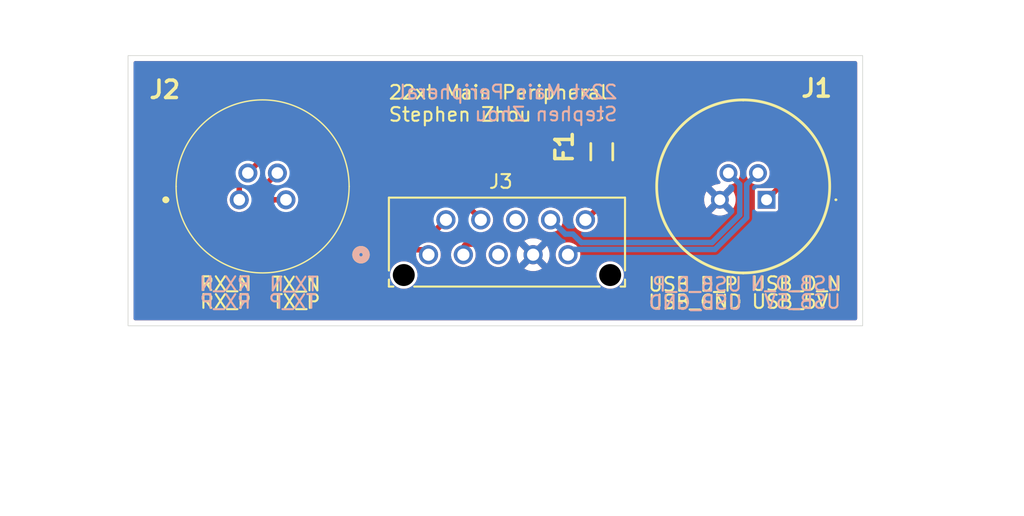
<source format=kicad_pcb>
(kicad_pcb (version 20241229) (generator "pcbnew") (generator_version "9.0")
  (layers (0 "F.Cu" signal) (2 "B.Cu" signal) (13 "F.Paste" user) (15 "B.Paste" user) (5 "F.SilkS" user "F.Silkscreen") (7 "B.SilkS" user "B.Silkscreen") (1 "F.Mask" user) (3 "B.Mask" user) (25 "Edge.Cuts" user))
  (net 0 "")
  (net 1 "5V_USB")
  (net 2 "Net-(J1-Pin_1)")
  (net 3 "USB_D_P")
  (net 4 "USB_D_N")
  (net 5 "USB_GND")
  (net 6 "RX_P")
  (net 7 "RX_N")
  (net 8 "TX_N")
  (net 9 "TX_P")
  (footprint "22XT_Main_Peripheral:CONN_SDA-90779_10_MOL" (layer "F.Cu") (at 125.88 71.5)
    (property "Reference" "J3" (at 5.27 -5.325 0) (layer "F.SilkS"))
    (property "Value" "0907790004")
    (fp_line (start -2.8829 -4.157) (end -2.8829 1.147356) (stroke (width 0.1524)) (layer "F.SilkS"))
    (fp_line (start -2.8829 1.812643) (end -2.8829 2.32) (stroke (width 0.1524)) (layer "F.SilkS"))
    (fp_line (start -2.8829 2.32) (end -2.560081 2.32) (stroke (width 0.1524)) (layer "F.SilkS"))
    (fp_line (start -1.039917 2.32) (end 12.469917 2.32) (stroke (width 0.1524)) (layer "F.SilkS"))
    (fp_line (start 13.990081 2.32) (end 14.3129 2.32) (stroke (width 0.1524)) (layer "F.SilkS"))
    (fp_line (start 14.3129 -4.157) (end -2.8829 -4.157) (stroke (width 0.1524)) (layer "F.SilkS"))
    (fp_line (start 14.3129 1.147356) (end 14.3129 -4.157) (stroke (width 0.1524)) (layer "F.SilkS"))
    (fp_line (start 14.3129 2.32) (end 14.3129 1.812643) (stroke (width 0.1524)) (layer "F.SilkS"))
    (fp_circle (center -4.9149 0) (end -4.5339 0) (stroke (width 0.508)) (fill no) (layer "F.SilkS"))
    (fp_circle (center -4.9149 0) (end -4.5339 0) (stroke (width 0.508)) (fill no) (layer "B.SilkS"))
    (pad "" np_thru_hole circle (at -1.799999 1.48) (size 1.6002 1.6002) (drill 1.6002) (layers))
    (pad "" np_thru_hole circle (at 13.229999 1.48) (size 1.6002 1.6002) (drill 1.6002) (layers))
    (pad "1" thru_hole circle (at 0 0) (size 1.397 1.397) (drill 0.889) (layers "*.Cu" "*.Mask") (net 8 "TX_N"))
    (pad "2" thru_hole circle (at 1.27 -2.54) (size 1.397 1.397) (drill 0.889) (layers "*.Cu" "*.Mask") (net 9 "TX_P"))
    (pad "3" thru_hole circle (at 2.54 0) (size 1.397 1.397) (drill 0.889) (layers "*.Cu" "*.Mask") (net 7 "RX_N"))
    (pad "4" thru_hole circle (at 3.81 -2.54) (size 1.397 1.397) (drill 0.889) (layers "*.Cu" "*.Mask") (net 6 "RX_P"))
    (pad "5" thru_hole circle (at 5.08 0) (size 1.397 1.397) (drill 0.889) (layers "*.Cu" "*.Mask"))
    (pad "6" thru_hole circle (at 6.35 -2.54) (size 1.397 1.397) (drill 0.889) (layers "*.Cu" "*.Mask"))
    (pad "7" thru_hole circle (at 7.62 0) (size 1.397 1.397) (drill 0.889) (layers "*.Cu" "*.Mask") (net 5 "USB_GND"))
    (pad "8" thru_hole circle (at 8.89 -2.54) (size 1.397 1.397) (drill 0.889) (layers "*.Cu" "*.Mask") (net 3 "USB_D_P"))
    (pad "9" thru_hole circle (at 10.16 0) (size 1.397 1.397) (drill 0.889) (layers "*.Cu" "*.Mask") (net 4 "USB_D_N"))
    (pad "10" thru_hole circle (at 11.43 -2.54) (size 1.397 1.397) (drill 0.889) (layers "*.Cu" "*.Mask") (net 1 "5V_USB"))
  )
  (footprint "22XT_Main_Peripheral:T4041017041000" (layer "F.Cu") (at 150.5 67.5)
    (property "Reference" "J1" (at 3.65 -8.125 0) (layer "F.SilkS") (effects (font (size 1.27 1.27) (thickness 0.254))))
    (property "Value" "T4040014041-000" (hide yes))
    (fp_line (start -1.7 -7.275) (end -1.7 -7.275) (stroke (width 0.2)) (layer "F.SilkS"))
    (fp_line (start -1.7 5.325) (end -1.7 5.325) (stroke (width 0.2)) (layer "F.SilkS"))
    (fp_line (start 5 0) (end 5 0) (stroke (width 0.1)) (layer "F.SilkS"))
    (fp_line (start 5.1 0) (end 5.1 0) (stroke (width 0.1)) (layer "F.SilkS"))
    (fp_arc (start -1.7 -7.275) (mid 4.6 -0.975) (end -1.7 5.325) (stroke (width 0.2)) (layer "F.SilkS"))
    (fp_arc (start -1.7 5.325) (mid -8 -0.975) (end -1.7 -7.275) (stroke (width 0.2)) (layer "F.SilkS"))
    (fp_arc (start 5 0) (mid 5.05 -0.05) (end 5.1 0) (stroke (width 0.1)) (layer "F.SilkS"))
    (fp_arc (start 5.1 0) (mid 5.05 0.05) (end 5 0) (stroke (width 0.1)) (layer "F.SilkS"))
    (pad "1" thru_hole rect (at 0 0) (size 1.3 1.3) (drill 0.8) (layers "*.Cu" "*.Mask") (net 2 "Net-(J1-Pin_1)"))
    (pad "2" thru_hole circle (at -0.625 -1.95) (size 1.3 1.3) (drill 0.8) (layers "*.Cu" "*.Mask") (net 4 "USB_D_N"))
    (pad "3" thru_hole circle (at -3.4 0) (size 1.3 1.3) (drill 0.8) (layers "*.Cu" "*.Mask") (net 5 "USB_GND"))
    (pad "4" thru_hole circle (at -2.775 -1.95) (size 1.3 1.3) (drill 0.8) (layers "*.Cu" "*.Mask") (net 3 "USB_D_P"))
  )
  (footprint "22XT_Main_Peripheral:T4040014041000" (layer "F.Cu") (at 112.1 67.5)
    (property "Reference" "J2" (at -5.425 -8.025 0) (layer "F.SilkS") (effects (font (size 1.27 1.27) (thickness 0.254))))
    (property "Value" "T4040014041-000" (hide yes))
    (fp_line (start -5.4 0) (end -5.4 0) (stroke (width 0.4)) (layer "F.SilkS"))
    (fp_line (start -5.3 0) (end -5.3 0) (stroke (width 0.4)) (layer "F.SilkS"))
    (fp_line (start -4.6 -0.975) (end -4.6 -0.975) (stroke (width 0.1)) (layer "F.SilkS"))
    (fp_line (start 8 -0.975) (end 8 -0.975) (stroke (width 0.1)) (layer "F.SilkS"))
    (fp_arc (start -5.4 0) (mid -5.35 -0.05) (end -5.3 0) (stroke (width 0.4)) (layer "F.SilkS"))
    (fp_arc (start -5.3 0) (mid -5.35 0.05) (end -5.4 0) (stroke (width 0.4)) (layer "F.SilkS"))
    (fp_arc (start -4.6 -0.975) (mid 1.7 -7.275) (end 8 -0.975) (stroke (width 0.1)) (layer "F.SilkS"))
    (fp_arc (start 8 -0.975) (mid 1.7 5.325) (end -4.6 -0.975) (stroke (width 0.1)) (layer "F.SilkS"))
    (pad "1" thru_hole circle (at 0 0) (size 1.381 1.381) (drill 0.85) (layers "*.Cu" "*.Mask") (net 6 "RX_P"))
    (pad "2" thru_hole circle (at 0.625 -1.95) (size 1.381 1.381) (drill 0.85) (layers "*.Cu" "*.Mask") (net 7 "RX_N"))
    (pad "3" thru_hole circle (at 3.4 0) (size 1.381 1.381) (drill 0.85) (layers "*.Cu" "*.Mask") (net 9 "TX_P"))
    (pad "4" thru_hole circle (at 2.775 -1.95) (size 1.381 1.381) (drill 0.85) (layers "*.Cu" "*.Mask") (net 8 "TX_N"))
  )
  (footprint "22XT_Main_Peripheral:MFNSMF05016X2" (layer "F.Cu") (at 138.5 64 -90)
    (property "Reference" "F1" (at -0.35 2.725 90) (layer "F.SilkS") (effects (font (size 1.27 1.27) (thickness 0.254))))
    (property "Value" "MF-NSMF050/16X-2" (hide yes))
    (fp_line (start -0.6 0.8) (end 0.6 0.8) (stroke (width 0.2)) (layer "F.SilkS"))
    (fp_line (start -2.5 0) (end -2.5 0) (stroke (width 0.1)) (layer "F.SilkS"))
    (fp_line (start -2.4 0) (end -2.4 0) (stroke (width 0.1)) (layer "F.SilkS"))
    (fp_line (start -0.6 -0.8) (end 0.6 -0.8) (stroke (width 0.2)) (layer "F.SilkS"))
    (fp_arc (start -2.5 0) (mid -2.45 -0.05) (end -2.4 0) (stroke (width 0.1)) (layer "F.SilkS"))
    (fp_arc (start -2.4 0) (mid -2.45 0.05) (end -2.5 0) (stroke (width 0.1)) (layer "F.SilkS"))
    (pad "1" smd rect (at -1.5 0 270) (size 1 1.6) (layers "F.Cu" "F.Mask" "F.Paste") (net 2 "Net-(J1-Pin_1)"))
    (pad "2" smd rect (at 1.5 0 270) (size 1 1.6) (layers "F.Cu" "F.Mask" "F.Paste") (net 1 "5V_USB"))
  )
  (gr_rect (start 104 57) (end 157.5 76.675) (stroke (width 0.05)) (fill no) (layer "Edge.Cuts"))
  (gr_text "RX_P" (at 109.15 75.5 0) (layer "F.SilkS") (effects (font (size 1 1)) (justify left bottom)))
  (gr_text "USB_5V" (at 149.325 75.5 0) (layer "F.SilkS") (effects (font (size 1 1)) (justify left bottom)))
  (gr_text "TX_N\n" (at 114.4 74.225 0) (layer "F.SilkS") (effects (font (size 1 1)) (justify left bottom)))
  (gr_text "22xt Main Peripheral \nStephen Zhou" (at 122.9 61.875 0) (layer "F.SilkS") (effects (font (size 1 1)) (justify left bottom)))
  (gr_text "USB_D_N" (at 149.3 74.2 0) (layer "F.SilkS") (effects (font (size 1 1)) (justify left bottom)))
  (gr_text "TX_P\n" (at 114.425 75.5 0) (layer "F.SilkS") (effects (font (size 1 1)) (justify left bottom)))
  (gr_text "USB_GND" (at 141.8 75.525 0) (layer "F.SilkS") (effects (font (size 1 1)) (justify left bottom)))
  (gr_text "RX_N\n" (at 109.15 74.2 0) (layer "F.SilkS") (effects (font (size 1 1)) (justify left bottom)))
  (gr_text "USB_D_P" (at 141.8 74.25 0) (layer "F.SilkS") (effects (font (size 1 1)) (justify left bottom)))
  (gr_text "USB_GND" (at 148.825 75.575 0) (layer "B.SilkS") (effects (font (size 1 1)) (justify left bottom mirror)))
  (gr_text "22xt Main Peripheral \nStephen Zhou" (at 139.725 61.85 0) (layer "B.SilkS") (effects (font (size 1 1)) (justify left bottom mirror)))
  (gr_text "RX_N" (at 113.05 74.2 0) (layer "B.SilkS") (effects (font (size 1 1)) (justify left bottom mirror)))
  (gr_text "USB_5V" (at 156 75.5 0) (layer "B.SilkS") (effects (font (size 1 1)) (justify left bottom mirror)))
  (gr_text "USB_D_N" (at 156 74.2 0) (layer "B.SilkS") (effects (font (size 1 1)) (justify left bottom mirror)))
  (gr_text "TX_P" (at 117.825 75.5 0) (layer "B.SilkS") (effects (font (size 1 1)) (justify left bottom mirror)))
  (gr_text "RX_P" (at 113.05 75.5 0) (layer "B.SilkS") (effects (font (size 1 1)) (justify left bottom mirror)))
  (gr_text "USB_D_P" (at 148.8 74.25 0) (layer "B.SilkS") (effects (font (size 1 1)) (justify left bottom mirror)))
  (gr_text "TX_N" (at 117.925 74.225 0) (layer "B.SilkS") (effects (font (size 1 1)) (justify left bottom mirror)))
  (segment (start 138.5 67.81) (end 138.03 68.28) (width 0.4) (layer "F.Cu") (net 1))
  (segment (start 138.03 68.28) (end 137.99 68.28) (width 0.2) (layer "F.Cu") (net 1))
  (segment (start 138.5 65.5) (end 138.5 67.81) (width 0.4) (layer "F.Cu") (net 1))
  (segment (start 137.99 68.28) (end 137.31 68.96) (width 0.2) (layer "F.Cu") (net 1))
  (segment (start 138.03 68.28) (end 137.35 68.96) (width 0.4) (layer "F.Cu") (net 1))
  (segment (start 151.65 63.25) (end 149.45 61.05) (width 0.4) (layer "F.Cu") (net 2))
  (segment (start 151.65 66.35) (end 151.65 63.25) (width 0.4) (layer "F.Cu") (net 2))
  (segment (start 139.975 61.05) (end 138.525 62.5) (width 0.4) (layer "F.Cu") (net 2))
  (segment (start 138.525 62.5) (end 138.5 62.5) (width 0.4) (layer "F.Cu") (net 2))
  (segment (start 149.45 61.05) (end 139.975 61.05) (width 0.4) (layer "F.Cu") (net 2))
  (segment (start 150.5 67.5) (end 151.65 66.35) (width 0.4) (layer "F.Cu") (net 2))
  (segment (start 135.85 70) (end 136.4 70) (width 0.4) (layer "B.Cu") (net 3))
  (segment (start 134.81 68.96) (end 135.85 70) (width 0.4) (layer "B.Cu") (net 3))
  (segment (start 137.015 70.615) (end 146.531446 70.615) (width 0.4) (layer "B.Cu") (net 3))
  (segment (start 148.55 66.375) (end 147.725 65.55) (width 0.4) (layer "B.Cu") (net 3))
  (segment (start 134.77 68.96) (end 134.81 68.96) (width 0.4) (layer "B.Cu") (net 3))
  (segment (start 148.55 68.596446) (end 148.55 66.375) (width 0.4) (layer "B.Cu") (net 3))
  (segment (start 146.531446 70.615) (end 148.55 68.596446) (width 0.4) (layer "B.Cu") (net 3))
  (segment (start 136.4 70) (end 137.015 70.615) (width 0.4) (layer "B.Cu") (net 3))
  (segment (start 146.738554 71.115) (end 136.465 71.115) (width 0.4) (layer "B.Cu") (net 4))
  (segment (start 149.05 68.803554) (end 146.738554 71.115) (width 0.4) (layer "B.Cu") (net 4))
  (segment (start 136.04 71.5) (end 136.08 71.5) (width 0.4) (layer "B.Cu") (net 4))
  (segment (start 136.08 71.5) (end 136.465 71.115) (width 0.4) (layer "B.Cu") (net 4))
  (segment (start 149.875 65.55) (end 149.05 66.375) (width 0.4) (layer "B.Cu") (net 4))
  (segment (start 149.05 66.375) (end 149.05 68.803554) (width 0.4) (layer "B.Cu") (net 4))
  (segment (start 129.01 68.24) (end 129.69 68.92) (width 0.4) (layer "F.Cu") (net 6))
  (segment (start 129.01 65.92109) (end 126.36391 63.275) (width 0.4) (layer "F.Cu") (net 6))
  (segment (start 111.525 65.9) (end 112.1 66.475) (width 0.4) (layer "F.Cu") (net 6))
  (segment (start 129.01 68.24) (end 129.01 65.92109) (width 0.4) (layer "F.Cu") (net 6))
  (segment (start 126.36391 63.275) (end 113.3 63.275) (width 0.4) (layer "F.Cu") (net 6))
  (segment (start 129.69 68.92) (end 129.69 68.96) (width 0.4) (layer "F.Cu") (net 6))
  (segment (start 112.1 66.475) (end 112.1 67.5) (width 0.4) (layer "F.Cu") (net 6))
  (segment (start 129.73 68.96) (end 129.01 68.24) (width 0.4) (layer "F.Cu") (net 6))
  (segment (start 111.525 65.05) (end 111.525 65.9) (width 0.4) (layer "F.Cu") (net 6))
  (segment (start 113.3 63.275) (end 111.525 65.05) (width 0.4) (layer "F.Cu") (net 6))
  (segment (start 128.46 66.14891) (end 126.13609 63.825) (width 0.4) (layer "F.Cu") (net 7))
  (segment (start 128.46 69.888094) (end 128.46 69.768094) (width 0.4) (layer "F.Cu") (net 7))
  (segment (start 114.45 63.825) (end 112.725 65.55) (width 0.4) (layer "F.Cu") (net 7))
  (segment (start 129.46 70.488094) (end 129.46 70.368094) (width 0.4) (layer "F.Cu") (net 7))
  (segment (start 128.42 71.008094) (end 128.46 70.968094) (width 0.4) (layer "F.Cu") (net 7))
  (segment (start 128.46 69.768094) (end 128.46 69.417308) (width 0.4) (layer "F.Cu") (net 7))
  (segment (start 128.46 69.417308) (end 128.46 66.14891) (width 0.4) (layer "F.Cu") (net 7))
  (segment (start 128.42 71.5) (end 128.42 71.008094) (width 0.4) (layer "F.Cu") (net 7))
  (segment (start 126.13609 63.825) (end 114.45 63.825) (width 0.4) (layer "F.Cu") (net 7))
  (segment (start 128.7 70.728094) (end 129.22 70.728094) (width 0.4) (layer "F.Cu") (net 7))
  (segment (start 129.22 70.128094) (end 128.7 70.128094) (width 0.4) (layer "F.Cu") (net 7))
  (segment (start 128.46 71.5) (end 128.46 70.968094) (width 0.4) (layer "F.Cu") (net 7))
  (arc (start 129.22 70.728094) (mid 129.389706 70.6578) (end 129.46 70.488094) (width 0.4) (layer "F.Cu") (net 7))
  (arc (start 129.46 70.368094) (mid 129.389706 70.198388) (end 129.22 70.128094) (width 0.4) (layer "F.Cu") (net 7))
  (arc (start 128.46 70.968094) (mid 128.530294 70.798388) (end 128.7 70.728094) (width 0.4) (layer "F.Cu") (net 7))
  (arc (start 128.7 70.128094) (mid 128.530294 70.0578) (end 128.46 69.888094) (width 0.4) (layer "F.Cu") (net 7))
  (segment (start 118.41109 69.275) (end 120.27609 71.14) (width 0.4) (layer "F.Cu") (net 8))
  (segment (start 120.27609 71.14) (end 125.225 71.14) (width 0.4) (layer "F.Cu") (net 8))
  (segment (start 114.875 65.55) (end 113.3 67.125) (width 0.4) (layer "F.Cu") (net 8))
  (segment (start 125.88 71.5) (end 125.88 71.46) (width 0.4) (layer "F.Cu") (net 8))
  (segment (start 114.275 69.275) (end 118.41109 69.275) (width 0.4) (layer "F.Cu") (net 8))
  (segment (start 125.92 70.92) (end 125.92 71.5) (width 0.2) (layer "F.Cu") (net 8))
  (segment (start 125.225 71.14) (end 125.56 71.14) (width 0.4) (layer "F.Cu") (net 8))
  (segment (start 125.56 71.14) (end 125.92 71.5) (width 0.4) (layer "F.Cu") (net 8))
  (segment (start 113.3 67.125) (end 113.3 68.3) (width 0.4) (layer "F.Cu") (net 8))
  (segment (start 125.88 71.46) (end 125.56 71.14) (width 0.4) (layer "F.Cu") (net 8))
  (segment (start 113.3 68.3) (end 114.275 69.275) (width 0.4) (layer "F.Cu") (net 8))
  (segment (start 120.50391 70.59) (end 124.16 70.59) (width 0.4) (layer "F.Cu") (net 9))
  (segment (start 124.16 70.59) (end 125 69.75) (width 0.4) (layer "F.Cu") (net 9))
  (segment (start 126.4 69.75) (end 126.5875 69.5625) (width 0.4) (layer "F.Cu") (net 9))
  (segment (start 114.575 68.725) (end 118.63891 68.725) (width 0.4) (layer "F.Cu") (net 9))
  (segment (start 126.5875 69.5625) (end 127.19 68.96) (width 0.4) (layer "F.Cu") (net 9))
  (segment (start 125 69.75) (end 126.4 69.75) (width 0.4) (layer "F.Cu") (net 9))
  (segment (start 114.275 68.425) (end 114.575 68.725) (width 0.4) (layer "F.Cu") (net 9))
  (segment (start 126.5875 69.5225) (end 127.15 68.96) (width 0.4) (layer "F.Cu") (net 9))
  (segment (start 126.5875 69.5625) (end 126.5875 69.5225) (width 0.4) (layer "F.Cu") (net 9))
  (segment (start 114.6 67.5) (end 114.275 67.825) (width 0.4) (layer "F.Cu") (net 9))
  (segment (start 118.63891 68.725) (end 120.50391 70.59) (width 0.4) (layer "F.Cu") (net 9))
  (segment (start 114.275 67.825) (end 114.275 68.425) (width 0.4) (layer "F.Cu") (net 9))
  (segment (start 115.5 67.5) (end 114.6 67.5) (width 0.4) (layer "F.Cu") (net 9))
  (zone (net 5) (net_name "USB_GND") (layers "F.Cu" "B.Cu") (name "Ground layer") (connect_pads (clearance 0)) (min_thickness 0.25) (fill yes (thermal_gap 0.5) (thermal_bridge_width 0.5))
    (polygon (pts (xy 99.4 52.95) (xy 162.2 55.175) (xy 169.25 90.525) (xy 94.675 89.7)))
  )
)
</source>
